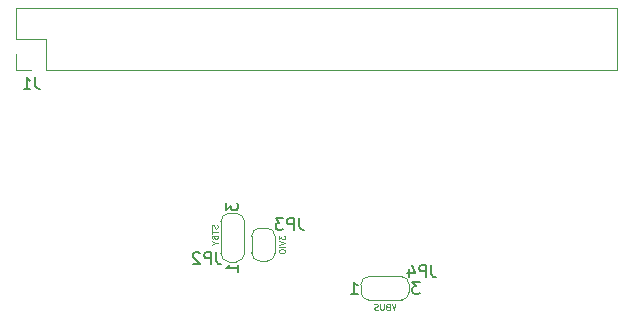
<source format=gbo>
%TF.GenerationSoftware,KiCad,Pcbnew,7.0.6*%
%TF.CreationDate,2023-08-14T14:17:20+01:00*%
%TF.ProjectId,canhat,63616e68-6174-42e6-9b69-6361645f7063,8*%
%TF.SameCoordinates,Original*%
%TF.FileFunction,Legend,Bot*%
%TF.FilePolarity,Positive*%
%FSLAX46Y46*%
G04 Gerber Fmt 4.6, Leading zero omitted, Abs format (unit mm)*
G04 Created by KiCad (PCBNEW 7.0.6) date 2023-08-14 14:17:20*
%MOMM*%
%LPD*%
G01*
G04 APERTURE LIST*
%ADD10C,0.100000*%
%ADD11C,0.150000*%
%ADD12C,0.120000*%
G04 APERTURE END LIST*
D10*
X64102300Y-69261027D02*
X64126109Y-69332455D01*
X64126109Y-69332455D02*
X64126109Y-69451503D01*
X64126109Y-69451503D02*
X64102300Y-69499122D01*
X64102300Y-69499122D02*
X64078490Y-69522931D01*
X64078490Y-69522931D02*
X64030871Y-69546741D01*
X64030871Y-69546741D02*
X63983252Y-69546741D01*
X63983252Y-69546741D02*
X63935633Y-69522931D01*
X63935633Y-69522931D02*
X63911823Y-69499122D01*
X63911823Y-69499122D02*
X63888014Y-69451503D01*
X63888014Y-69451503D02*
X63864204Y-69356265D01*
X63864204Y-69356265D02*
X63840395Y-69308646D01*
X63840395Y-69308646D02*
X63816585Y-69284836D01*
X63816585Y-69284836D02*
X63768966Y-69261027D01*
X63768966Y-69261027D02*
X63721347Y-69261027D01*
X63721347Y-69261027D02*
X63673728Y-69284836D01*
X63673728Y-69284836D02*
X63649919Y-69308646D01*
X63649919Y-69308646D02*
X63626109Y-69356265D01*
X63626109Y-69356265D02*
X63626109Y-69475312D01*
X63626109Y-69475312D02*
X63649919Y-69546741D01*
X63626109Y-69689598D02*
X63626109Y-69975312D01*
X64126109Y-69832455D02*
X63626109Y-69832455D01*
X63864204Y-70308645D02*
X63888014Y-70380073D01*
X63888014Y-70380073D02*
X63911823Y-70403883D01*
X63911823Y-70403883D02*
X63959442Y-70427692D01*
X63959442Y-70427692D02*
X64030871Y-70427692D01*
X64030871Y-70427692D02*
X64078490Y-70403883D01*
X64078490Y-70403883D02*
X64102300Y-70380073D01*
X64102300Y-70380073D02*
X64126109Y-70332454D01*
X64126109Y-70332454D02*
X64126109Y-70141978D01*
X64126109Y-70141978D02*
X63626109Y-70141978D01*
X63626109Y-70141978D02*
X63626109Y-70308645D01*
X63626109Y-70308645D02*
X63649919Y-70356264D01*
X63649919Y-70356264D02*
X63673728Y-70380073D01*
X63673728Y-70380073D02*
X63721347Y-70403883D01*
X63721347Y-70403883D02*
X63768966Y-70403883D01*
X63768966Y-70403883D02*
X63816585Y-70380073D01*
X63816585Y-70380073D02*
X63840395Y-70356264D01*
X63840395Y-70356264D02*
X63864204Y-70308645D01*
X63864204Y-70308645D02*
X63864204Y-70141978D01*
X63888014Y-70737216D02*
X64126109Y-70737216D01*
X63626109Y-70570550D02*
X63888014Y-70737216D01*
X63888014Y-70737216D02*
X63626109Y-70903883D01*
X79186591Y-75926109D02*
X79019925Y-76426109D01*
X79019925Y-76426109D02*
X78853258Y-75926109D01*
X78519925Y-76164204D02*
X78448497Y-76188014D01*
X78448497Y-76188014D02*
X78424687Y-76211823D01*
X78424687Y-76211823D02*
X78400878Y-76259442D01*
X78400878Y-76259442D02*
X78400878Y-76330871D01*
X78400878Y-76330871D02*
X78424687Y-76378490D01*
X78424687Y-76378490D02*
X78448497Y-76402300D01*
X78448497Y-76402300D02*
X78496116Y-76426109D01*
X78496116Y-76426109D02*
X78686592Y-76426109D01*
X78686592Y-76426109D02*
X78686592Y-75926109D01*
X78686592Y-75926109D02*
X78519925Y-75926109D01*
X78519925Y-75926109D02*
X78472306Y-75949919D01*
X78472306Y-75949919D02*
X78448497Y-75973728D01*
X78448497Y-75973728D02*
X78424687Y-76021347D01*
X78424687Y-76021347D02*
X78424687Y-76068966D01*
X78424687Y-76068966D02*
X78448497Y-76116585D01*
X78448497Y-76116585D02*
X78472306Y-76140395D01*
X78472306Y-76140395D02*
X78519925Y-76164204D01*
X78519925Y-76164204D02*
X78686592Y-76164204D01*
X78186592Y-75926109D02*
X78186592Y-76330871D01*
X78186592Y-76330871D02*
X78162782Y-76378490D01*
X78162782Y-76378490D02*
X78138973Y-76402300D01*
X78138973Y-76402300D02*
X78091354Y-76426109D01*
X78091354Y-76426109D02*
X77996116Y-76426109D01*
X77996116Y-76426109D02*
X77948497Y-76402300D01*
X77948497Y-76402300D02*
X77924687Y-76378490D01*
X77924687Y-76378490D02*
X77900878Y-76330871D01*
X77900878Y-76330871D02*
X77900878Y-75926109D01*
X77686591Y-76402300D02*
X77615163Y-76426109D01*
X77615163Y-76426109D02*
X77496115Y-76426109D01*
X77496115Y-76426109D02*
X77448496Y-76402300D01*
X77448496Y-76402300D02*
X77424687Y-76378490D01*
X77424687Y-76378490D02*
X77400877Y-76330871D01*
X77400877Y-76330871D02*
X77400877Y-76283252D01*
X77400877Y-76283252D02*
X77424687Y-76235633D01*
X77424687Y-76235633D02*
X77448496Y-76211823D01*
X77448496Y-76211823D02*
X77496115Y-76188014D01*
X77496115Y-76188014D02*
X77591353Y-76164204D01*
X77591353Y-76164204D02*
X77638972Y-76140395D01*
X77638972Y-76140395D02*
X77662782Y-76116585D01*
X77662782Y-76116585D02*
X77686591Y-76068966D01*
X77686591Y-76068966D02*
X77686591Y-76021347D01*
X77686591Y-76021347D02*
X77662782Y-75973728D01*
X77662782Y-75973728D02*
X77638972Y-75949919D01*
X77638972Y-75949919D02*
X77591353Y-75926109D01*
X77591353Y-75926109D02*
X77472306Y-75926109D01*
X77472306Y-75926109D02*
X77400877Y-75949919D01*
X69326109Y-70137217D02*
X69326109Y-70446741D01*
X69326109Y-70446741D02*
X69516585Y-70280074D01*
X69516585Y-70280074D02*
X69516585Y-70351503D01*
X69516585Y-70351503D02*
X69540395Y-70399122D01*
X69540395Y-70399122D02*
X69564204Y-70422931D01*
X69564204Y-70422931D02*
X69611823Y-70446741D01*
X69611823Y-70446741D02*
X69730871Y-70446741D01*
X69730871Y-70446741D02*
X69778490Y-70422931D01*
X69778490Y-70422931D02*
X69802300Y-70399122D01*
X69802300Y-70399122D02*
X69826109Y-70351503D01*
X69826109Y-70351503D02*
X69826109Y-70208646D01*
X69826109Y-70208646D02*
X69802300Y-70161027D01*
X69802300Y-70161027D02*
X69778490Y-70137217D01*
X69326109Y-70589598D02*
X69826109Y-70756264D01*
X69826109Y-70756264D02*
X69326109Y-70922931D01*
X69826109Y-71089597D02*
X69326109Y-71089597D01*
X69326109Y-71422930D02*
X69326109Y-71518168D01*
X69326109Y-71518168D02*
X69349919Y-71565787D01*
X69349919Y-71565787D02*
X69397538Y-71613406D01*
X69397538Y-71613406D02*
X69492776Y-71637216D01*
X69492776Y-71637216D02*
X69659442Y-71637216D01*
X69659442Y-71637216D02*
X69754680Y-71613406D01*
X69754680Y-71613406D02*
X69802300Y-71565787D01*
X69802300Y-71565787D02*
X69826109Y-71518168D01*
X69826109Y-71518168D02*
X69826109Y-71422930D01*
X69826109Y-71422930D02*
X69802300Y-71375311D01*
X69802300Y-71375311D02*
X69754680Y-71327692D01*
X69754680Y-71327692D02*
X69659442Y-71303883D01*
X69659442Y-71303883D02*
X69492776Y-71303883D01*
X69492776Y-71303883D02*
X69397538Y-71327692D01*
X69397538Y-71327692D02*
X69349919Y-71375311D01*
X69349919Y-71375311D02*
X69326109Y-71422930D01*
D11*
X48703333Y-56724819D02*
X48703333Y-57439104D01*
X48703333Y-57439104D02*
X48750952Y-57581961D01*
X48750952Y-57581961D02*
X48846190Y-57677200D01*
X48846190Y-57677200D02*
X48989047Y-57724819D01*
X48989047Y-57724819D02*
X49084285Y-57724819D01*
X47703333Y-57724819D02*
X48274761Y-57724819D01*
X47989047Y-57724819D02*
X47989047Y-56724819D01*
X47989047Y-56724819D02*
X48084285Y-56867676D01*
X48084285Y-56867676D02*
X48179523Y-56962914D01*
X48179523Y-56962914D02*
X48274761Y-57010533D01*
X82233333Y-72654819D02*
X82233333Y-73369104D01*
X82233333Y-73369104D02*
X82280952Y-73511961D01*
X82280952Y-73511961D02*
X82376190Y-73607200D01*
X82376190Y-73607200D02*
X82519047Y-73654819D01*
X82519047Y-73654819D02*
X82614285Y-73654819D01*
X81757142Y-73654819D02*
X81757142Y-72654819D01*
X81757142Y-72654819D02*
X81376190Y-72654819D01*
X81376190Y-72654819D02*
X81280952Y-72702438D01*
X81280952Y-72702438D02*
X81233333Y-72750057D01*
X81233333Y-72750057D02*
X81185714Y-72845295D01*
X81185714Y-72845295D02*
X81185714Y-72988152D01*
X81185714Y-72988152D02*
X81233333Y-73083390D01*
X81233333Y-73083390D02*
X81280952Y-73131009D01*
X81280952Y-73131009D02*
X81376190Y-73178628D01*
X81376190Y-73178628D02*
X81757142Y-73178628D01*
X80328571Y-72988152D02*
X80328571Y-73654819D01*
X80566666Y-72607200D02*
X80804761Y-73321485D01*
X80804761Y-73321485D02*
X80185714Y-73321485D01*
X75414285Y-75054819D02*
X75985713Y-75054819D01*
X75699999Y-75054819D02*
X75699999Y-74054819D01*
X75699999Y-74054819D02*
X75795237Y-74197676D01*
X75795237Y-74197676D02*
X75890475Y-74292914D01*
X75890475Y-74292914D02*
X75985713Y-74340533D01*
X81233332Y-74054819D02*
X80614285Y-74054819D01*
X80614285Y-74054819D02*
X80947618Y-74435771D01*
X80947618Y-74435771D02*
X80804761Y-74435771D01*
X80804761Y-74435771D02*
X80709523Y-74483390D01*
X80709523Y-74483390D02*
X80661904Y-74531009D01*
X80661904Y-74531009D02*
X80614285Y-74626247D01*
X80614285Y-74626247D02*
X80614285Y-74864342D01*
X80614285Y-74864342D02*
X80661904Y-74959580D01*
X80661904Y-74959580D02*
X80709523Y-75007200D01*
X80709523Y-75007200D02*
X80804761Y-75054819D01*
X80804761Y-75054819D02*
X81090475Y-75054819D01*
X81090475Y-75054819D02*
X81185713Y-75007200D01*
X81185713Y-75007200D02*
X81233332Y-74959580D01*
X64033333Y-71554819D02*
X64033333Y-72269104D01*
X64033333Y-72269104D02*
X64080952Y-72411961D01*
X64080952Y-72411961D02*
X64176190Y-72507200D01*
X64176190Y-72507200D02*
X64319047Y-72554819D01*
X64319047Y-72554819D02*
X64414285Y-72554819D01*
X63557142Y-72554819D02*
X63557142Y-71554819D01*
X63557142Y-71554819D02*
X63176190Y-71554819D01*
X63176190Y-71554819D02*
X63080952Y-71602438D01*
X63080952Y-71602438D02*
X63033333Y-71650057D01*
X63033333Y-71650057D02*
X62985714Y-71745295D01*
X62985714Y-71745295D02*
X62985714Y-71888152D01*
X62985714Y-71888152D02*
X63033333Y-71983390D01*
X63033333Y-71983390D02*
X63080952Y-72031009D01*
X63080952Y-72031009D02*
X63176190Y-72078628D01*
X63176190Y-72078628D02*
X63557142Y-72078628D01*
X62604761Y-71650057D02*
X62557142Y-71602438D01*
X62557142Y-71602438D02*
X62461904Y-71554819D01*
X62461904Y-71554819D02*
X62223809Y-71554819D01*
X62223809Y-71554819D02*
X62128571Y-71602438D01*
X62128571Y-71602438D02*
X62080952Y-71650057D01*
X62080952Y-71650057D02*
X62033333Y-71745295D01*
X62033333Y-71745295D02*
X62033333Y-71840533D01*
X62033333Y-71840533D02*
X62080952Y-71983390D01*
X62080952Y-71983390D02*
X62652380Y-72554819D01*
X62652380Y-72554819D02*
X62033333Y-72554819D01*
X64854819Y-67366667D02*
X64854819Y-67985714D01*
X64854819Y-67985714D02*
X65235771Y-67652381D01*
X65235771Y-67652381D02*
X65235771Y-67795238D01*
X65235771Y-67795238D02*
X65283390Y-67890476D01*
X65283390Y-67890476D02*
X65331009Y-67938095D01*
X65331009Y-67938095D02*
X65426247Y-67985714D01*
X65426247Y-67985714D02*
X65664342Y-67985714D01*
X65664342Y-67985714D02*
X65759580Y-67938095D01*
X65759580Y-67938095D02*
X65807200Y-67890476D01*
X65807200Y-67890476D02*
X65854819Y-67795238D01*
X65854819Y-67795238D02*
X65854819Y-67509524D01*
X65854819Y-67509524D02*
X65807200Y-67414286D01*
X65807200Y-67414286D02*
X65759580Y-67366667D01*
X65854819Y-73185714D02*
X65854819Y-72614286D01*
X65854819Y-72900000D02*
X64854819Y-72900000D01*
X64854819Y-72900000D02*
X64997676Y-72804762D01*
X64997676Y-72804762D02*
X65092914Y-72709524D01*
X65092914Y-72709524D02*
X65140533Y-72614286D01*
X71033333Y-68654819D02*
X71033333Y-69369104D01*
X71033333Y-69369104D02*
X71080952Y-69511961D01*
X71080952Y-69511961D02*
X71176190Y-69607200D01*
X71176190Y-69607200D02*
X71319047Y-69654819D01*
X71319047Y-69654819D02*
X71414285Y-69654819D01*
X70557142Y-69654819D02*
X70557142Y-68654819D01*
X70557142Y-68654819D02*
X70176190Y-68654819D01*
X70176190Y-68654819D02*
X70080952Y-68702438D01*
X70080952Y-68702438D02*
X70033333Y-68750057D01*
X70033333Y-68750057D02*
X69985714Y-68845295D01*
X69985714Y-68845295D02*
X69985714Y-68988152D01*
X69985714Y-68988152D02*
X70033333Y-69083390D01*
X70033333Y-69083390D02*
X70080952Y-69131009D01*
X70080952Y-69131009D02*
X70176190Y-69178628D01*
X70176190Y-69178628D02*
X70557142Y-69178628D01*
X69652380Y-68654819D02*
X69033333Y-68654819D01*
X69033333Y-68654819D02*
X69366666Y-69035771D01*
X69366666Y-69035771D02*
X69223809Y-69035771D01*
X69223809Y-69035771D02*
X69128571Y-69083390D01*
X69128571Y-69083390D02*
X69080952Y-69131009D01*
X69080952Y-69131009D02*
X69033333Y-69226247D01*
X69033333Y-69226247D02*
X69033333Y-69464342D01*
X69033333Y-69464342D02*
X69080952Y-69559580D01*
X69080952Y-69559580D02*
X69128571Y-69607200D01*
X69128571Y-69607200D02*
X69223809Y-69654819D01*
X69223809Y-69654819D02*
X69509523Y-69654819D01*
X69509523Y-69654819D02*
X69604761Y-69607200D01*
X69604761Y-69607200D02*
X69652380Y-69559580D01*
D12*
%TO.C,J1*%
X97960000Y-50900000D02*
X97960000Y-56100000D01*
X47040000Y-50900000D02*
X97960000Y-50900000D01*
X47040000Y-50900000D02*
X47040000Y-53500000D01*
X49640000Y-53500000D02*
X49640000Y-56100000D01*
X47040000Y-53500000D02*
X49640000Y-53500000D01*
X47040000Y-54770000D02*
X47040000Y-56100000D01*
X49640000Y-56100000D02*
X97960000Y-56100000D01*
X47040000Y-56100000D02*
X48370000Y-56100000D01*
%TO.C,JP4*%
X76250000Y-74300000D02*
X76250000Y-74900000D01*
X76900000Y-75600000D02*
X79700000Y-75600000D01*
X79700000Y-73600000D02*
X76900000Y-73600000D01*
X80350000Y-74900000D02*
X80350000Y-74300000D01*
X76950000Y-73600000D02*
G75*
G03*
X76250000Y-74300000I-1J-699999D01*
G01*
X76250000Y-74900000D02*
G75*
G03*
X76950000Y-75600000I699999J-1D01*
G01*
X80350000Y-74300000D02*
G75*
G03*
X79650000Y-73600000I-700000J0D01*
G01*
X79650000Y-75600000D02*
G75*
G03*
X80350000Y-74900000I0J700000D01*
G01*
%TO.C,JP2*%
X65100000Y-72350000D02*
X65700000Y-72350000D01*
X66400000Y-71700000D02*
X66400000Y-68900000D01*
X64400000Y-68900000D02*
X64400000Y-71700000D01*
X65700000Y-68250000D02*
X65100000Y-68250000D01*
X64400000Y-71650000D02*
G75*
G03*
X65100000Y-72350000I699999J-1D01*
G01*
X65700000Y-72350000D02*
G75*
G03*
X66400000Y-71650000I1J699999D01*
G01*
X65100000Y-68250000D02*
G75*
G03*
X64400000Y-68950000I0J-700000D01*
G01*
X66400000Y-68950000D02*
G75*
G03*
X65700000Y-68250000I-700000J0D01*
G01*
%TO.C,JP3*%
X67700000Y-72300000D02*
X68300000Y-72300000D01*
X69000000Y-71600000D02*
X69000000Y-70200000D01*
X67000000Y-70200000D02*
X67000000Y-71600000D01*
X68300000Y-69500000D02*
X67700000Y-69500000D01*
X67000000Y-71600000D02*
G75*
G03*
X67700000Y-72300000I699999J-1D01*
G01*
X68300000Y-72300000D02*
G75*
G03*
X69000000Y-71600000I1J699999D01*
G01*
X67700000Y-69500000D02*
G75*
G03*
X67000000Y-70200000I0J-700000D01*
G01*
X69000000Y-70200000D02*
G75*
G03*
X68300000Y-69500000I-700000J0D01*
G01*
%TD*%
M02*

</source>
